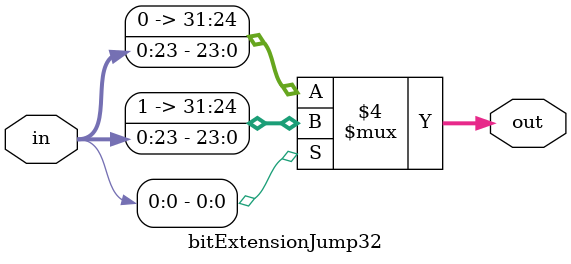
<source format=v>
module bitExtensionJump32(in,out);
        input [0:23] in;
        output reg [0:31] out;
        always@(in) begin
             if (in[0]==1) begin
                  out = {8'b11111111,in};
             end else begin
                  out = in;
             end
        end
endmodule


</source>
